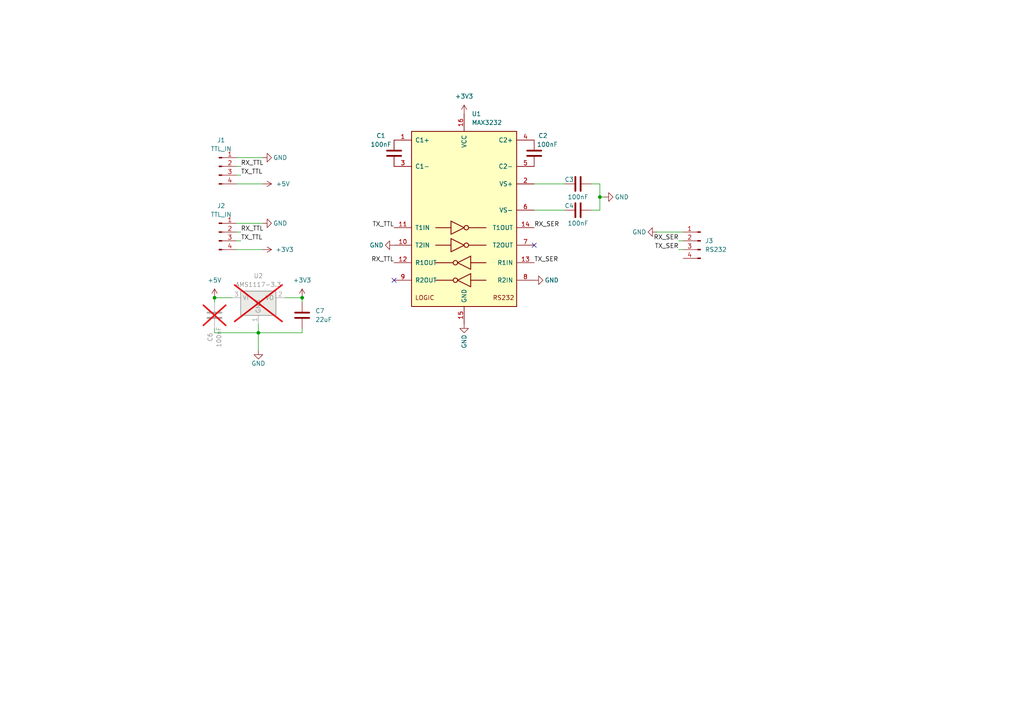
<source format=kicad_sch>
(kicad_sch (version 20230121) (generator eeschema)
  (paper "A4")
  (lib_symbols
    (symbol "Connector:Conn_01x04_Pin" (pin_names (offset 1.016) hide)
      (property "Reference" "J" (at 0 5.08 0))
      (property "Value" "Conn_01x04_Pin" (at 0 -7.62 0))
      (symbol "Conn_01x04_Pin_1_1"
        (polyline (pts (xy 1.27 -5.08) (xy 0.8636 -5.08)) (stroke (width 0.1524)))
        (polyline (pts (xy 1.27 -2.54) (xy 0.8636 -2.54)) (stroke (width 0.1524)))
        (polyline (pts (xy 1.27 0) (xy 0.8636 0)) (stroke (width 0.1524)))
        (polyline (pts (xy 1.27 2.54) (xy 0.8636 2.54)) (stroke (width 0.1524)))
        (rectangle (start 0.8636 -4.953) (end 0 -5.207) (stroke (width 0.1524)) (fill (type outline)))
        (rectangle (start 0.8636 -2.413) (end 0 -2.667) (stroke (width 0.1524)) (fill (type outline)))
        (rectangle (start 0.8636 0.127) (end 0 -0.127) (stroke (width 0.1524)) (fill (type outline)))
        (rectangle (start 0.8636 2.667) (end 0 2.413) (stroke (width 0.1524)) (fill (type outline)))
        (pin passive line (at 5.08 2.54 180) (length 3.81) (name "Pin_1") (number "1"))
        (pin passive line (at 5.08 0 180) (length 3.81) (name "Pin_2") (number "2"))
        (pin passive line (at 5.08 -2.54 180) (length 3.81) (name "Pin_3") (number "3"))
        (pin passive line (at 5.08 -5.08 180) (length 3.81) (name "Pin_4") (number "4"))
      )
    )
    (symbol "Device:C" (pin_numbers hide) (pin_names (offset 0.254))
      (property "Reference" "C" (at 0.635 2.54 0))
      (property "Value" "C" (at 0.635 -2.54 0))
      (symbol "C_0_1"
        (polyline (pts (xy -2.032 -0.762) (xy 2.032 -0.762)) (stroke (width 0.508)))
        (polyline (pts (xy -2.032 0.762) (xy 2.032 0.762)) (stroke (width 0.508)))
      )
      (symbol "C_1_1"
        (pin passive line (at 0 3.81 270) (length 2.794) (name "~") (number "1"))
        (pin passive line (at 0 -3.81 90) (length 2.794) (name "~") (number "2"))
      )
    )
    (symbol "Interface_UART:MAX3232" (pin_names (offset 1.016))
      (property "Reference" "U" (at -2.54 28.575 0))
      (property "Value" "MAX3232" (at -2.54 26.67 0))
      (symbol "MAX3232_0_0"
        (text "LOGIC" (at -11.43 -22.86 0) (effects (font (size 1.27 1.27))))
        (text "RS232" (at 11.43 -22.86 0) (effects (font (size 1.27 1.27))))
      )
      (symbol "MAX3232_0_1"
        (rectangle (start -15.24 -25.4) (end 15.24 25.4) (stroke (width 0.254)) (fill (type background)))
        (circle (center -2.54 -17.78) (radius 0.635) (stroke (width 0.254)))
        (circle (center -2.54 -12.7) (radius 0.635) (stroke (width 0.254)))
        (polyline (pts (xy -3.81 -7.62) (xy -8.255 -7.62)) (stroke (width 0.254)))
        (polyline (pts (xy -3.81 -2.54) (xy -8.255 -2.54)) (stroke (width 0.254)))
        (polyline (pts (xy -3.175 -17.78) (xy -8.255 -17.78)) (stroke (width 0.254)))
        (polyline (pts (xy -3.175 -12.7) (xy -8.255 -12.7)) (stroke (width 0.254)))
        (polyline (pts (xy 1.27 -7.62) (xy 6.35 -7.62)) (stroke (width 0.254)))
        (polyline (pts (xy 1.27 -2.54) (xy 6.35 -2.54)) (stroke (width 0.254)))
        (polyline (pts (xy 1.905 -17.78) (xy 6.35 -17.78)) (stroke (width 0.254)))
        (polyline (pts (xy 1.905 -12.7) (xy 6.35 -12.7)) (stroke (width 0.254)))
        (polyline (pts (xy -3.81 -5.715) (xy -3.81 -9.525) (xy 0 -7.62) (xy -3.81 -5.715)) (stroke (width 0.254)))
        (polyline (pts (xy -3.81 -0.635) (xy -3.81 -4.445) (xy 0 -2.54) (xy -3.81 -0.635)) (stroke (width 0.254)))
        (polyline (pts (xy 1.905 -15.875) (xy 1.905 -19.685) (xy -1.905 -17.78) (xy 1.905 -15.875)) (stroke (width 0.254)))
        (polyline (pts (xy 1.905 -10.795) (xy 1.905 -14.605) (xy -1.905 -12.7) (xy 1.905 -10.795)) (stroke (width 0.254)))
        (circle (center 0.635 -7.62) (radius 0.635) (stroke (width 0.254)))
        (circle (center 0.635 -2.54) (radius 0.635) (stroke (width 0.254)))
      )
      (symbol "MAX3232_1_1"
        (pin passive line (at -20.32 22.86 0) (length 5.08) (name "C1+") (number "1"))
        (pin input line (at -20.32 -7.62 0) (length 5.08) (name "T2IN") (number "10"))
        (pin input line (at -20.32 -2.54 0) (length 5.08) (name "T1IN") (number "11"))
        (pin output line (at -20.32 -12.7 0) (length 5.08) (name "R1OUT") (number "12"))
        (pin input line (at 20.32 -12.7 180) (length 5.08) (name "R1IN") (number "13"))
        (pin output line (at 20.32 -2.54 180) (length 5.08) (name "T1OUT") (number "14"))
        (pin power_in line (at 0 -30.48 90) (length 5.08) (name "GND") (number "15"))
        (pin power_in line (at 0 30.48 270) (length 5.08) (name "VCC") (number "16"))
        (pin power_out line (at 20.32 10.16 180) (length 5.08) (name "VS+") (number "2"))
        (pin passive line (at -20.32 15.24 0) (length 5.08) (name "C1-") (number "3"))
        (pin passive line (at 20.32 22.86 180) (length 5.08) (name "C2+") (number "4"))
        (pin passive line (at 20.32 15.24 180) (length 5.08) (name "C2-") (number "5"))
        (pin power_out line (at 20.32 2.54 180) (length 5.08) (name "VS-") (number "6"))
        (pin output line (at 20.32 -7.62 180) (length 5.08) (name "T2OUT") (number "7"))
        (pin input line (at 20.32 -17.78 180) (length 5.08) (name "R2IN") (number "8"))
        (pin output line (at -20.32 -17.78 0) (length 5.08) (name "R2OUT") (number "9"))
      )
    )
    (symbol "Regulator_Linear:AMS1117-3.3"
      (property "Reference" "U" (at -3.81 3.175 0))
      (property "Value" "AMS1117-3.3" (at 0 3.175 0))
      (symbol "AMS1117-3.3_0_1"
        (rectangle (start -5.08 -5.08) (end 5.08 1.905) (stroke (width 0.254)) (fill (type background)))
      )
      (symbol "AMS1117-3.3_1_1"
        (pin power_in line (at 0 -7.62 90) (length 2.54) (name "GND") (number "1"))
        (pin power_out line (at 7.62 0 180) (length 2.54) (name "VO") (number "2"))
        (pin power_in line (at -7.62 0 0) (length 2.54) (name "VI") (number "3"))
      )
    )
    (symbol "power:+3V3" (power) (pin_names (offset 0))
      (property "Value" "+3V3" (at 0 3.556 0))
      (symbol "+3V3_0_1"
        (polyline (pts (xy -0.762 1.27) (xy 0 2.54)))
        (polyline (pts (xy 0 0) (xy 0 2.54)))
        (polyline (pts (xy 0 2.54) (xy 0.762 1.27)))
      )
      (symbol "+3V3_1_1"
        (pin power_in line (at 0 0 90) (length 0) hide (name "+3V3") (number "1"))
      )
    )
    (symbol "power:+5V" (power) (pin_names (offset 0))
      (property "Value" "+5V" (at 0 3.556 0))
      (symbol "+5V_0_1"
        (polyline (pts (xy -0.762 1.27) (xy 0 2.54)))
        (polyline (pts (xy 0 0) (xy 0 2.54)))
        (polyline (pts (xy 0 2.54) (xy 0.762 1.27)))
      )
      (symbol "+5V_1_1"
        (pin power_in line (at 0 0 90) (length 0) hide (name "+5V") (number "1"))
      )
    )
    (symbol "power:GND" (power) (pin_names (offset 0))
      (property "Value" "GND" (at 0 -3.81 0))
      (symbol "GND_0_1"
        (polyline (pts (xy 0 0) (xy 0 -1.27) (xy 1.27 -1.27) (xy 0 -2.54) (xy -1.27 -1.27) (xy 0 -1.27)))
      )
      (symbol "GND_1_1"
        (pin power_in line (at 0 0 270) (length 0) hide (name "GND") (number "1"))
      )
    )
  )
  (junction (at 173.99 57.15))
  (junction (at 62.23 86.36))
  (junction (at 74.93 96.52))
  (junction (at 87.63 86.36))
  (no_connect (at 154.94 71.12))
  (no_connect (at 114.3 81.28))
  (wire (pts (xy 173.99 60.96) (xy 173.99 57.15)))
  (wire (pts (xy 74.93 96.52) (xy 74.93 101.6)))
  (wire (pts (xy 171.45 53.34) (xy 173.99 53.34)))
  (wire (pts (xy 62.23 96.52) (xy 62.23 95.25)))
  (wire (pts (xy 171.45 60.96) (xy 173.99 60.96)))
  (wire (pts (xy 196.85 69.85) (xy 198.12 69.85)))
  (wire (pts (xy 68.58 64.77) (xy 76.2 64.77)))
  (wire (pts (xy 163.83 53.34) (xy 154.94 53.34)))
  (wire (pts (xy 173.99 57.15) (xy 175.26 57.15)))
  (wire (pts (xy 68.58 45.72) (xy 76.2 45.72)))
  (wire (pts (xy 173.99 53.34) (xy 173.99 57.15)))
  (wire (pts (xy 82.55 86.36) (xy 87.63 86.36)))
  (wire (pts (xy 87.63 96.52) (xy 87.63 95.25)))
  (wire (pts (xy 69.85 69.85) (xy 68.58 69.85)))
  (wire (pts (xy 74.93 93.98) (xy 74.93 96.52)))
  (wire (pts (xy 69.85 48.26) (xy 68.58 48.26)))
  (wire (pts (xy 87.63 86.36) (xy 87.63 87.63)))
  (wire (pts (xy 163.83 60.96) (xy 154.94 60.96)))
  (wire (pts (xy 67.31 86.36) (xy 62.23 86.36)))
  (wire (pts (xy 69.85 67.31) (xy 68.58 67.31)))
  (wire (pts (xy 198.12 67.31) (xy 190.5 67.31)))
  (wire (pts (xy 62.23 96.52) (xy 74.93 96.52)))
  (wire (pts (xy 76.2 53.34) (xy 68.58 53.34)))
  (wire (pts (xy 196.85 72.39) (xy 198.12 72.39)))
  (wire (pts (xy 74.93 96.52) (xy 87.63 96.52)))
  (wire (pts (xy 76.2 72.39) (xy 68.58 72.39)))
  (wire (pts (xy 69.85 50.8) (xy 68.58 50.8)))
  (wire (pts (xy 62.23 86.36) (xy 62.23 87.63)))
  (label "RX_TTL" (at 69.85 48.26 0))
  (label "TX_SER" (at 154.94 76.2 0))
  (label "TX_TTL" (at 114.3 66.04 180))
  (label "TX_TTL" (at 69.85 69.85 0))
  (label "TX_SER" (at 196.85 72.39 180))
  (label "RX_TTL" (at 69.85 67.31 0))
  (label "RX_TTL" (at 114.3 76.2 180))
  (label "RX_SER" (at 196.85 69.85 180))
  (label "TX_TTL" (at 69.85 50.8 0))
  (label "RX_SER" (at 154.94 66.04 0))
  (symbol (lib_id "Device:C") (at 87.63 91.44 0) (unit 1)
    (property "Reference" "C7" (at 91.44 90.17 0) (effects (justify left)))
    (property "Value" "22uF" (at 91.44 92.71 0) (effects (justify left)))
    (property "Footprint" "Capacitor_SMD:C_0805_2012Metric" (effects hide))
    (property "LCSC" "C45783" (effects hide))
  )
  (symbol (lib_id "power:GND") (at 154.94 81.28 90) (mirror x) (unit 1)
    (property "Reference" "#PWR08" (effects hide))
    (property "Value" "GND" (at 160.02 81.28 90))
  )
  (symbol (lib_id "power:GND") (at 74.93 101.6 0) (unit 1)
    (property "Reference" "#PWR07" (effects hide))
    (property "Value" "GND" (at 74.93 105.41 0))
  )
  (symbol (lib_id "power:+3V3") (at 87.63 86.36 0) (mirror y) (unit 1)
    (property "Reference" "#PWR06" (effects hide))
    (property "Value" "+3V3" (at 87.63 81.28 0))
  )
  (symbol (lib_id "power:+5V") (at 62.23 86.36 0) (unit 1)
    (property "Reference" "#PWR05" (effects hide))
    (property "Value" "+5V" (at 62.23 81.28 0))
  )
  (symbol (lib_id "power:GND") (at 76.2 64.77 90) (mirror x) (unit 1)
    (property "Reference" "#PWR03" (effects hide))
    (property "Value" "GND" (at 81.28 64.77 90))
  )
  (symbol (lib_id "power:+3V3") (at 76.2 72.39 270) (unit 1)
    (property "Reference" "#PWR04" (effects hide))
    (property "Value" "+3V3" (at 82.55 72.39 90))
  )
  (symbol (lib_id "Device:C") (at 167.64 60.96 90) (unit 1)
    (property "Reference" "C4" (at 165.1 59.69 90))
    (property "Value" "100nF" (at 167.64 64.77 90))
    (property "Footprint" "Capacitor_SMD:C_0603_1608Metric" (effects hide))
    (property "LCSC" "C14663" (effects hide))
    (property "Manufacturer" "Samsung" (effects hide))
    (property "PartNumber" "CL10B104KB8NNWC" (effects hide))
    (property "digikey" "1276-1935-1-ND" (effects hide))
  )
  (symbol (lib_id "Device:C") (at 167.64 53.34 90) (unit 1)
    (property "Reference" "C3" (at 165.1 52.07 90))
    (property "Value" "100nF" (at 167.64 57.15 90))
    (property "Footprint" "Capacitor_SMD:C_0603_1608Metric" (effects hide))
    (property "LCSC" "C14663" (effects hide))
    (property "Manufacturer" "Samsung" (effects hide))
    (property "PartNumber" "CL10B104KB8NNWC" (effects hide))
    (property "digikey" "1276-1935-1-ND" (effects hide))
  )
  (symbol (lib_id "Interface_UART:MAX3232") (at 134.62 63.5 0) (unit 1)
    (property "Reference" "U1" (at 136.8141 33.02 0) (effects (justify left)))
    (property "Value" "MAX3232" (at 136.8141 35.56 0) (effects (justify left)))
    (property "Footprint" "Package_SO:SOIC-16_3.9x9.9mm_P1.27mm" (effects hide))
    (property "Datasheet" "https://datasheets.maximintegrated.com/en/ds/MAX3222-MAX3241.pdf" (effects hide))
  )
  (symbol (lib_id "power:+5V") (at 76.2 53.34 270) (unit 1)
    (property "Reference" "#PWR02" (effects hide))
    (property "Value" "+5V" (at 80.01 53.34 90) (effects (justify left)))
  )
  (symbol (lib_id "power:GND") (at 175.26 57.15 90) (mirror x) (unit 1)
    (property "Reference" "#PWR012" (effects hide))
    (property "Value" "GND" (at 180.34 57.15 90))
  )
  (symbol (lib_id "power:GND") (at 134.62 93.98 0) (mirror y) (unit 1)
    (property "Reference" "#PWR010" (effects hide))
    (property "Value" "GND" (at 134.62 99.06 90))
  )
  (symbol (lib_id "Device:C") (at 154.94 44.45 0) (unit 1)
    (property "Reference" "C2" (at 157.48 39.37 0))
    (property "Value" "100nF" (at 158.75 41.91 0))
    (property "Footprint" "Capacitor_SMD:C_0603_1608Metric" (effects hide))
    (property "LCSC" "C14663" (effects hide))
    (property "Manufacturer" "Samsung" (effects hide))
    (property "PartNumber" "CL10B104KB8NNWC" (effects hide))
    (property "digikey" "1276-1935-1-ND" (effects hide))
  )
  (symbol (lib_id "Connector:Conn_01x04_Pin") (at 203.2 69.85 0) (mirror y) (unit 1)
    (property "Reference" "J3" (at 204.47 69.85 0) (effects (justify right)))
    (property "Value" "RS232" (at 204.47 72.39 0) (effects (justify right)))
    (property "Footprint" "Connector_JST:JST_SH_SM04B-SRSS-TB_1x04-1MP_P1.00mm_Horizontal" (effects hide))
    (property "LCSC" "N/A" (effects hide))
    (property "PartNumber" "SM04B-SURS" (effects hide))
    (property "digikey" "455-3589-1-ND" (effects hide))
  )
  (symbol (lib_id "Device:C") (at 114.3 44.45 0) (unit 1)
    (property "Reference" "C1" (at 110.49 39.37 0))
    (property "Value" "100nF" (at 110.49 41.91 0))
    (property "Footprint" "Capacitor_SMD:C_0603_1608Metric" (effects hide))
    (property "LCSC" "C14663" (effects hide))
    (property "Manufacturer" "Samsung" (effects hide))
    (property "PartNumber" "CL10B104KB8NNWC" (effects hide))
    (property "digikey" "1276-1935-1-ND" (effects hide))
  )
  (symbol (lib_id "Device:C") (at 62.23 91.44 180) (unit 1) (dnp yes)
    (property "Reference" "C6" (at 60.96 97.79 90))
    (property "Value" "100nF" (at 63.5 97.79 90))
    (property "Footprint" "Capacitor_SMD:C_0603_1608Metric" (effects hide))
    (property "LCSC" "C14663" (effects hide))
    (property "Manufacturer" "Samsung" (effects hide))
    (property "PartNumber" "CL10B104KB8NNWC" (effects hide))
    (property "digikey" "1276-1935-1-ND" (effects hide))
  )
  (symbol (lib_id "power:GND") (at 76.2 45.72 90) (mirror x) (unit 1)
    (property "Reference" "#PWR01" (effects hide))
    (property "Value" "GND" (at 81.28 45.72 90))
  )
  (symbol (lib_id "power:GND") (at 114.3 71.12 270) (mirror x) (unit 1)
    (property "Reference" "#PWR09" (effects hide))
    (property "Value" "GND" (at 109.22 71.12 90))
  )
  (symbol (lib_id "Connector:Conn_01x04_Pin") (at 63.5 67.31 0) (unit 1)
    (property "Reference" "J2" (at 64.135 59.69 0))
    (property "Value" "TTL_IN" (at 64.135 62.23 0))
    (property "Footprint" "Connector_JST:JST_SH_SM04B-SRSS-TB_1x04-1MP_P1.00mm_Horizontal" (effects hide))
  )
  (symbol (lib_id "power:+3V3") (at 134.62 33.02 0) (mirror y) (unit 1)
    (property "Reference" "#PWR011" (effects hide))
    (property "Value" "+3V3" (at 134.62 27.94 0))
  )
  (symbol (lib_id "Connector:Conn_01x04_Pin") (at 63.5 48.26 0) (unit 1)
    (property "Reference" "J1" (at 64.135 40.64 0))
    (property "Value" "TTL_IN" (at 64.135 43.18 0))
    (property "Footprint" "Connector_JST:JST_SUR_SM04B-SURS-TF_1x04-1MP_P0.80mm_Horizontal" (effects hide))
    (property "LCSC" "N/A" (effects hide))
    (property "PartNumber" "SM04B-SURS" (effects hide))
    (property "digikey" "455-3589-1-ND" (effects hide))
  )
  (symbol (lib_id "power:GND") (at 190.5 67.31 270) (unit 1)
    (property "Reference" "#PWR013" (effects hide))
    (property "Value" "GND" (at 185.42 67.31 90))
  )
  (symbol (lib_id "Regulator_Linear:AMS1117-3.3") (at 74.93 86.36 0) (unit 1) (dnp yes)
    (property "Reference" "U2" (at 74.93 80.01 0))
    (property "Value" "AMS1117-3.3" (at 74.93 82.55 0))
    (property "Footprint" "Package_TO_SOT_SMD:SOT-223-3_TabPin2" (effects hide))
    (property "LCSC" "C6186" (effects hide))
  )
)
</source>
